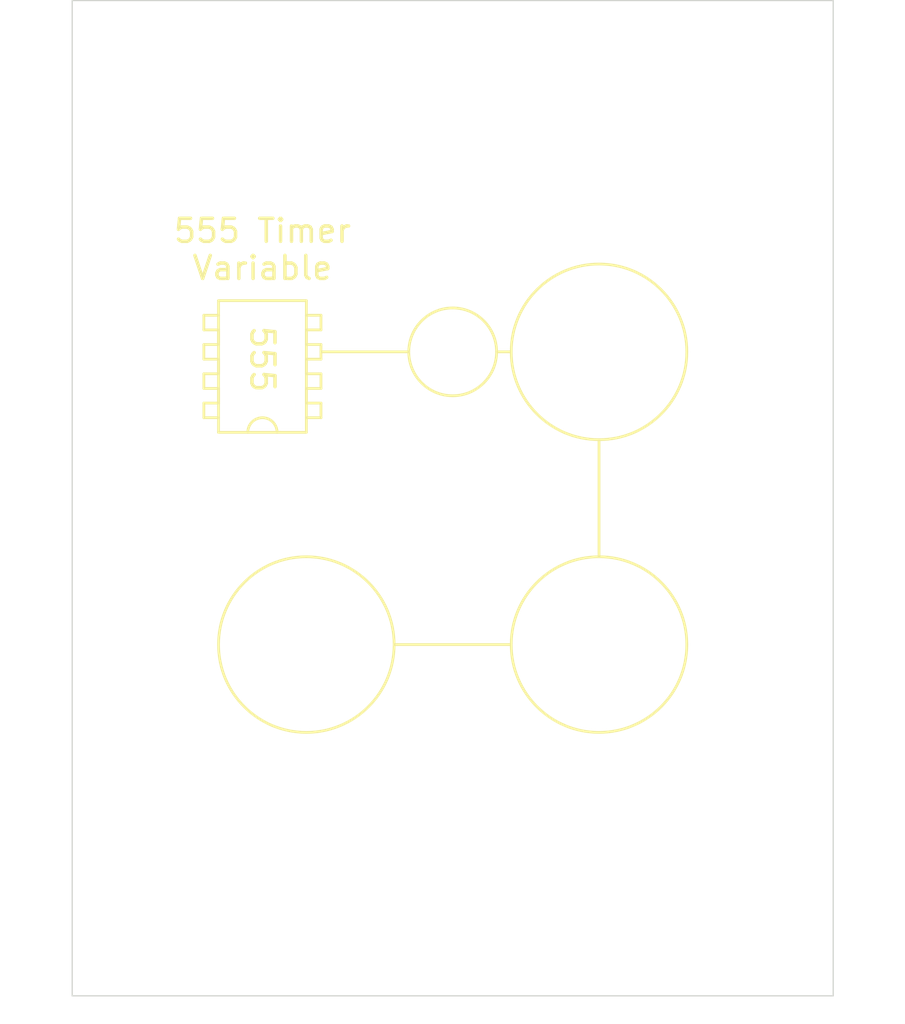
<source format=kicad_pcb>
(kicad_pcb (version 20171130) (host pcbnew "(5.1.9)-1")

  (general
    (thickness 1.6)
    (drawings 53)
    (tracks 0)
    (zones 0)
    (modules 8)
    (nets 1)
  )

  (page A4)
  (layers
    (0 F.Cu signal)
    (31 B.Cu signal)
    (32 B.Adhes user)
    (33 F.Adhes user)
    (34 B.Paste user)
    (35 F.Paste user)
    (36 B.SilkS user)
    (37 F.SilkS user)
    (38 B.Mask user)
    (39 F.Mask user)
    (40 Dwgs.User user)
    (41 Cmts.User user)
    (42 Eco1.User user)
    (43 Eco2.User user)
    (44 Edge.Cuts user)
    (45 Margin user)
    (46 B.CrtYd user)
    (47 F.CrtYd user)
    (48 B.Fab user)
    (49 F.Fab user)
  )

  (setup
    (last_trace_width 0.25)
    (trace_clearance 0.2)
    (zone_clearance 0.508)
    (zone_45_only no)
    (trace_min 0.2)
    (via_size 0.8)
    (via_drill 0.4)
    (via_min_size 0.4)
    (via_min_drill 0.3)
    (uvia_size 0.3)
    (uvia_drill 0.1)
    (uvias_allowed no)
    (uvia_min_size 0.2)
    (uvia_min_drill 0.1)
    (edge_width 0.05)
    (segment_width 0.2)
    (pcb_text_width 0.3)
    (pcb_text_size 1.5 1.5)
    (mod_edge_width 0.12)
    (mod_text_size 1 1)
    (mod_text_width 0.15)
    (pad_size 1.524 1.524)
    (pad_drill 0.762)
    (pad_to_mask_clearance 0)
    (aux_axis_origin 0 0)
    (visible_elements 7FFFFFFF)
    (pcbplotparams
      (layerselection 0x010f0_ffffffff)
      (usegerberextensions false)
      (usegerberattributes true)
      (usegerberadvancedattributes true)
      (creategerberjobfile true)
      (excludeedgelayer true)
      (linewidth 0.100000)
      (plotframeref false)
      (viasonmask false)
      (mode 1)
      (useauxorigin false)
      (hpglpennumber 1)
      (hpglpenspeed 20)
      (hpglpendiameter 15.000000)
      (psnegative false)
      (psa4output false)
      (plotreference true)
      (plotvalue true)
      (plotinvisibletext false)
      (padsonsilk false)
      (subtractmaskfromsilk false)
      (outputformat 1)
      (mirror false)
      (drillshape 0)
      (scaleselection 1)
      (outputdirectory "555 Timer Front Panel"))
  )

  (net 0 "")

  (net_class Default "This is the default net class."
    (clearance 0.2)
    (trace_width 0.25)
    (via_dia 0.8)
    (via_drill 0.4)
    (uvia_dia 0.3)
    (uvia_drill 0.1)
  )

  (module Mounting_Holes:MountingHole_3mm (layer F.Cu) (tedit 56D1B4CB) (tstamp 603EE03F)
    (at 90.17 58.42)
    (descr "Mounting Hole 3mm, no annular")
    (tags "mounting hole 3mm no annular")
    (attr virtual)
    (fp_text reference REF** (at 0 -4) (layer F.SilkS) hide
      (effects (font (size 1 1) (thickness 0.15)))
    )
    (fp_text value MountingHole_3mm (at 0 4) (layer F.Fab)
      (effects (font (size 1 1) (thickness 0.15)))
    )
    (fp_circle (center 0 0) (end 3 0) (layer Cmts.User) (width 0.15))
    (fp_circle (center 0 0) (end 3.25 0) (layer F.CrtYd) (width 0.05))
    (fp_text user %R (at 0.3 0) (layer F.Fab)
      (effects (font (size 1 1) (thickness 0.15)))
    )
    (pad 1 np_thru_hole circle (at 0 0) (size 3 3) (drill 3) (layers *.Cu *.Mask))
  )

  (module Mounting_Holes:MountingHole_6.4mm_M6 (layer F.Cu) (tedit 56D1B4CB) (tstamp 603EE000)
    (at 96.52 58.42)
    (descr "Mounting Hole 6.4mm, no annular, M6")
    (tags "mounting hole 6.4mm no annular m6")
    (attr virtual)
    (fp_text reference REF** (at 0 -7.4) (layer F.SilkS) hide
      (effects (font (size 1 1) (thickness 0.15)))
    )
    (fp_text value MountingHole_6.4mm_M6 (at 0 7.4) (layer F.Fab)
      (effects (font (size 1 1) (thickness 0.15)))
    )
    (fp_circle (center 0 0) (end 6.4 0) (layer Cmts.User) (width 0.15))
    (fp_circle (center 0 0) (end 6.65 0) (layer F.CrtYd) (width 0.05))
    (fp_text user %R (at 0.3 0) (layer F.Fab)
      (effects (font (size 1 1) (thickness 0.15)))
    )
    (pad 1 np_thru_hole circle (at 0 0) (size 6.4 6.4) (drill 6.4) (layers *.Cu *.Mask))
  )

  (module Mounting_Holes:MountingHole_6.4mm_M6 (layer F.Cu) (tedit 56D1B4CB) (tstamp 603EE000)
    (at 96.52 71.12)
    (descr "Mounting Hole 6.4mm, no annular, M6")
    (tags "mounting hole 6.4mm no annular m6")
    (attr virtual)
    (fp_text reference REF** (at 0 -7.4) (layer F.SilkS) hide
      (effects (font (size 1 1) (thickness 0.15)))
    )
    (fp_text value MountingHole_6.4mm_M6 (at 0 7.4) (layer F.Fab)
      (effects (font (size 1 1) (thickness 0.15)))
    )
    (fp_circle (center 0 0) (end 6.4 0) (layer Cmts.User) (width 0.15))
    (fp_circle (center 0 0) (end 6.65 0) (layer F.CrtYd) (width 0.05))
    (fp_text user %R (at 0.3 0) (layer F.Fab)
      (effects (font (size 1 1) (thickness 0.15)))
    )
    (pad 1 np_thru_hole circle (at 0 0) (size 6.4 6.4) (drill 6.4) (layers *.Cu *.Mask))
  )

  (module Mounting_Holes:MountingHole_6.4mm_M6 (layer F.Cu) (tedit 56D1B4CB) (tstamp 603EDFF6)
    (at 83.82 71.12)
    (descr "Mounting Hole 6.4mm, no annular, M6")
    (tags "mounting hole 6.4mm no annular m6")
    (attr virtual)
    (fp_text reference REF** (at 0 -7.4) (layer F.SilkS) hide
      (effects (font (size 1 1) (thickness 0.15)))
    )
    (fp_text value MountingHole_6.4mm_M6 (at 0 7.4) (layer F.Fab)
      (effects (font (size 1 1) (thickness 0.15)))
    )
    (fp_circle (center 0 0) (end 6.4 0) (layer Cmts.User) (width 0.15))
    (fp_circle (center 0 0) (end 6.65 0) (layer F.CrtYd) (width 0.05))
    (fp_text user %R (at 0.3 0) (layer F.Fab)
      (effects (font (size 1 1) (thickness 0.15)))
    )
    (pad 1 np_thru_hole circle (at 0 0) (size 6.4 6.4) (drill 6.4) (layers *.Cu *.Mask))
  )

  (module Mounting_Holes:MountingHole_3.2mm_M3 (layer F.Cu) (tedit 56D1B4CB) (tstamp 603EDFAE)
    (at 100.33 46.99)
    (descr "Mounting Hole 3.2mm, no annular, M3")
    (tags "mounting hole 3.2mm no annular m3")
    (attr virtual)
    (fp_text reference REF** (at 0 -4.2) (layer F.SilkS) hide
      (effects (font (size 1 1) (thickness 0.15)))
    )
    (fp_text value MountingHole_3.2mm_M3 (at 0 4.2) (layer F.Fab)
      (effects (font (size 1 1) (thickness 0.15)))
    )
    (fp_circle (center 0 0) (end 3.2 0) (layer Cmts.User) (width 0.15))
    (fp_circle (center 0 0) (end 3.45 0) (layer F.CrtYd) (width 0.05))
    (fp_text user %R (at 0.3 0) (layer F.Fab)
      (effects (font (size 1 1) (thickness 0.15)))
    )
    (pad 1 np_thru_hole circle (at 0 0) (size 3.2 3.2) (drill 3.2) (layers *.Cu *.Mask))
  )

  (module Mounting_Holes:MountingHole_3.2mm_M3 (layer F.Cu) (tedit 56D1B4CB) (tstamp 603EDFAE)
    (at 80.01 46.99)
    (descr "Mounting Hole 3.2mm, no annular, M3")
    (tags "mounting hole 3.2mm no annular m3")
    (attr virtual)
    (fp_text reference REF** (at 0 -4.2) (layer F.SilkS) hide
      (effects (font (size 1 1) (thickness 0.15)))
    )
    (fp_text value MountingHole_3.2mm_M3 (at 0 4.2) (layer F.Fab)
      (effects (font (size 1 1) (thickness 0.15)))
    )
    (fp_circle (center 0 0) (end 3.2 0) (layer Cmts.User) (width 0.15))
    (fp_circle (center 0 0) (end 3.45 0) (layer F.CrtYd) (width 0.05))
    (fp_text user %R (at 0.3 0) (layer F.Fab)
      (effects (font (size 1 1) (thickness 0.15)))
    )
    (pad 1 np_thru_hole circle (at 0 0) (size 3.2 3.2) (drill 3.2) (layers *.Cu *.Mask))
  )

  (module Mounting_Holes:MountingHole_3.2mm_M3 (layer F.Cu) (tedit 56D1B4CB) (tstamp 603EDFAE)
    (at 100.33 82.55)
    (descr "Mounting Hole 3.2mm, no annular, M3")
    (tags "mounting hole 3.2mm no annular m3")
    (attr virtual)
    (fp_text reference REF** (at 0 -4.2) (layer F.SilkS) hide
      (effects (font (size 1 1) (thickness 0.15)))
    )
    (fp_text value MountingHole_3.2mm_M3 (at 0 4.2) (layer F.Fab)
      (effects (font (size 1 1) (thickness 0.15)))
    )
    (fp_circle (center 0 0) (end 3.2 0) (layer Cmts.User) (width 0.15))
    (fp_circle (center 0 0) (end 3.45 0) (layer F.CrtYd) (width 0.05))
    (fp_text user %R (at 0.3 0) (layer F.Fab)
      (effects (font (size 1 1) (thickness 0.15)))
    )
    (pad 1 np_thru_hole circle (at 0 0) (size 3.2 3.2) (drill 3.2) (layers *.Cu *.Mask))
  )

  (module Mounting_Holes:MountingHole_3.2mm_M3 (layer F.Cu) (tedit 56D1B4CB) (tstamp 603EDFA6)
    (at 80.01 82.55)
    (descr "Mounting Hole 3.2mm, no annular, M3")
    (tags "mounting hole 3.2mm no annular m3")
    (attr virtual)
    (fp_text reference REF** (at 0 -4.2 180) (layer F.SilkS) hide
      (effects (font (size 1 1) (thickness 0.15)))
    )
    (fp_text value MountingHole_3.2mm_M3 (at 0 4.2) (layer F.Fab)
      (effects (font (size 1 1) (thickness 0.15)))
    )
    (fp_circle (center 0 0) (end 3.2 0) (layer Cmts.User) (width 0.15))
    (fp_circle (center 0 0) (end 3.45 0) (layer F.CrtYd) (width 0.05))
    (fp_text user %R (at 0.3 0) (layer F.Fab)
      (effects (font (size 1 1) (thickness 0.15)))
    )
    (pad 1 np_thru_hole circle (at 0 0) (size 3.2 3.2) (drill 3.2) (layers *.Cu *.Mask))
  )

  (gr_line (start 87.63 71.12) (end 92.71 71.12) (layer F.SilkS) (width 0.12) (tstamp 603EE9D1))
  (gr_line (start 96.52 67.31) (end 96.52 62.23) (layer F.SilkS) (width 0.12) (tstamp 603EE9D0))
  (gr_line (start 92.075 58.42) (end 92.71 58.42) (layer F.SilkS) (width 0.12) (tstamp 603EE9CF))
  (gr_line (start 88.265 58.42) (end 84.455 58.42) (layer F.SilkS) (width 0.12))
  (gr_line (start 79.375 61.2775) (end 80.01 61.2775) (layer F.SilkS) (width 0.12) (tstamp 603EE958))
  (gr_line (start 79.375 60.6425) (end 79.375 61.2775) (layer F.SilkS) (width 0.12) (tstamp 603EE979))
  (gr_line (start 80.01 60.6425) (end 79.375 60.6425) (layer F.SilkS) (width 0.12) (tstamp 603EE95E))
  (gr_line (start 80.01 60.0075) (end 80.01 60.6425) (layer F.SilkS) (width 0.12) (tstamp 603EE97C))
  (gr_line (start 79.375 60.0075) (end 80.01 60.0075) (layer F.SilkS) (width 0.12) (tstamp 603EE97F))
  (gr_line (start 79.375 59.3725) (end 79.375 60.0075) (layer F.SilkS) (width 0.12) (tstamp 603EE976))
  (gr_line (start 80.01 59.3725) (end 79.375 59.3725) (layer F.SilkS) (width 0.12) (tstamp 603EE964))
  (gr_line (start 80.01 58.7375) (end 80.01 59.3725) (layer F.SilkS) (width 0.12) (tstamp 603EE98E))
  (gr_line (start 79.375 58.7375) (end 80.01 58.7375) (layer F.SilkS) (width 0.12) (tstamp 603EE967))
  (gr_line (start 79.375 58.1025) (end 79.375 58.7375) (layer F.SilkS) (width 0.12) (tstamp 603EE991))
  (gr_line (start 80.01 58.1025) (end 79.375 58.1025) (layer F.SilkS) (width 0.12) (tstamp 603EE96D))
  (gr_line (start 80.01 57.4675) (end 80.01 58.1025) (layer F.SilkS) (width 0.12) (tstamp 603EE943))
  (gr_line (start 79.375 57.4675) (end 80.01 57.4675) (layer F.SilkS) (width 0.12) (tstamp 603EE940))
  (gr_line (start 79.375 56.8325) (end 79.375 57.4675) (layer F.SilkS) (width 0.12) (tstamp 603EE949))
  (gr_line (start 80.01 56.8325) (end 79.375 56.8325) (layer F.SilkS) (width 0.12) (tstamp 603EE946))
  (gr_line (start 84.455 61.2775) (end 83.82 61.2775) (layer F.SilkS) (width 0.12) (tstamp 603EE961))
  (gr_line (start 84.455 60.6425) (end 84.455 61.2775) (layer F.SilkS) (width 0.12) (tstamp 603EE970))
  (gr_line (start 83.82 60.6425) (end 84.455 60.6425) (layer F.SilkS) (width 0.12) (tstamp 603EE96A))
  (gr_line (start 83.82 60.0075) (end 83.82 60.6425) (layer F.SilkS) (width 0.12) (tstamp 603EE982))
  (gr_line (start 84.455 60.0075) (end 83.82 60.0075) (layer F.SilkS) (width 0.12) (tstamp 603EE94C))
  (gr_line (start 84.455 59.3725) (end 84.455 60.0075) (layer F.SilkS) (width 0.12) (tstamp 603EE973))
  (gr_line (start 83.82 59.3725) (end 84.455 59.3725) (layer F.SilkS) (width 0.12) (tstamp 603EE94F))
  (gr_line (start 83.82 58.7375) (end 83.82 59.3725) (layer F.SilkS) (width 0.12) (tstamp 603EE994))
  (gr_line (start 84.455 58.7375) (end 83.82 58.7375) (layer F.SilkS) (width 0.12) (tstamp 603EE98B))
  (gr_line (start 84.455 58.1025) (end 84.455 58.7375) (layer F.SilkS) (width 0.12) (tstamp 603EE95B))
  (gr_line (start 83.82 58.1025) (end 84.455 58.1025) (layer F.SilkS) (width 0.12) (tstamp 603EE985))
  (gr_line (start 83.82 57.4675) (end 83.82 58.1025) (layer F.SilkS) (width 0.12) (tstamp 603EE952))
  (gr_line (start 84.455 57.4675) (end 83.82 57.4675) (layer F.SilkS) (width 0.12) (tstamp 603EE93D))
  (gr_line (start 84.455 56.8325) (end 84.455 57.4675) (layer F.SilkS) (width 0.12) (tstamp 603EE955))
  (gr_line (start 83.82 56.8325) (end 84.455 56.8325) (layer F.SilkS) (width 0.12) (tstamp 603EE988))
  (gr_circle (center 90.17 58.42) (end 92.075 58.42) (layer F.SilkS) (width 0.12))
  (gr_circle (center 96.52 58.42) (end 92.71 58.42) (layer F.SilkS) (width 0.12))
  (gr_circle (center 96.52 71.12) (end 92.71 71.12) (layer F.SilkS) (width 0.12))
  (gr_circle (center 83.82 71.12) (end 87.63 71.12) (layer F.SilkS) (width 0.12))
  (gr_text 555 (at 81.915 58.7375 270) (layer F.SilkS) (tstamp 603EE9A6)
    (effects (font (size 1 1) (thickness 0.15)))
  )
  (gr_arc (start 81.915 61.9125) (end 82.55 61.9125) (angle -180) (layer F.SilkS) (width 0.12) (tstamp 603EE9A3))
  (gr_line (start 83.82 61.9125) (end 80.01 61.9125) (layer F.SilkS) (width 0.12) (tstamp 603EE9A0))
  (gr_line (start 83.82 56.1975) (end 83.82 61.9125) (layer F.SilkS) (width 0.12) (tstamp 603EE99D))
  (gr_line (start 80.01 56.1975) (end 83.82 56.1975) (layer F.SilkS) (width 0.12) (tstamp 603EE997))
  (gr_line (start 80.01 61.9125) (end 80.01 56.1975) (layer F.SilkS) (width 0.12) (tstamp 603EE99A))
  (gr_text "555 Timer\nVariable" (at 81.915 53.975) (layer F.SilkS)
    (effects (font (size 1 1) (thickness 0.15)))
  )
  (gr_line (start 73.66 86.36) (end 73.66 43.18) (layer Edge.Cuts) (width 0.05) (tstamp 603EDF7D))
  (gr_line (start 106.68 86.36) (end 73.66 86.36) (layer Edge.Cuts) (width 0.05))
  (gr_line (start 106.68 43.18) (end 106.68 86.36) (layer Edge.Cuts) (width 0.05))
  (gr_line (start 73.66 43.18) (end 106.68 43.18) (layer Edge.Cuts) (width 0.05))
  (gr_line (start 76.2 78.74) (end 76.2 50.8) (layer Dwgs.User) (width 0.15) (tstamp 603EDF7C))
  (gr_line (start 104.14 78.74) (end 76.2 78.74) (layer Dwgs.User) (width 0.15))
  (gr_line (start 104.14 50.8) (end 104.14 78.74) (layer Dwgs.User) (width 0.15))
  (gr_line (start 76.2 50.8) (end 104.14 50.8) (layer Dwgs.User) (width 0.15))

)

</source>
